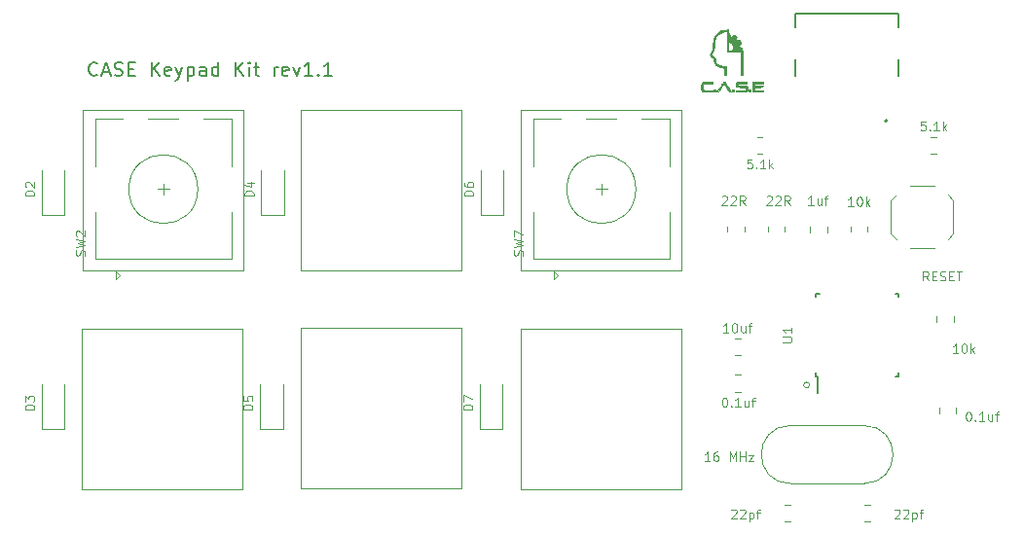
<source format=gbr>
G04 #@! TF.GenerationSoftware,KiCad,Pcbnew,(5.1.9)-1*
G04 #@! TF.CreationDate,2021-03-12T14:24:20+01:00*
G04 #@! TF.ProjectId,case_keypad,63617365-5f6b-4657-9970-61642e6b6963,rev?*
G04 #@! TF.SameCoordinates,Original*
G04 #@! TF.FileFunction,Legend,Top*
G04 #@! TF.FilePolarity,Positive*
%FSLAX46Y46*%
G04 Gerber Fmt 4.6, Leading zero omitted, Abs format (unit mm)*
G04 Created by KiCad (PCBNEW (5.1.9)-1) date 2021-03-12 14:24:20*
%MOMM*%
%LPD*%
G01*
G04 APERTURE LIST*
%ADD10C,0.120000*%
%ADD11C,0.150000*%
%ADD12C,0.127000*%
%ADD13C,0.200000*%
%ADD14C,0.010000*%
%ADD15C,0.100000*%
G04 APERTURE END LIST*
D10*
X147000000Y-93750000D02*
G75*
G03*
X147000000Y-93750000I-250000J0D01*
G01*
D11*
X85071428Y-66728571D02*
X85014285Y-66785714D01*
X84842857Y-66842857D01*
X84728571Y-66842857D01*
X84557142Y-66785714D01*
X84442857Y-66671428D01*
X84385714Y-66557142D01*
X84328571Y-66328571D01*
X84328571Y-66157142D01*
X84385714Y-65928571D01*
X84442857Y-65814285D01*
X84557142Y-65700000D01*
X84728571Y-65642857D01*
X84842857Y-65642857D01*
X85014285Y-65700000D01*
X85071428Y-65757142D01*
X85528571Y-66500000D02*
X86100000Y-66500000D01*
X85414285Y-66842857D02*
X85814285Y-65642857D01*
X86214285Y-66842857D01*
X86557142Y-66785714D02*
X86728571Y-66842857D01*
X87014285Y-66842857D01*
X87128571Y-66785714D01*
X87185714Y-66728571D01*
X87242857Y-66614285D01*
X87242857Y-66500000D01*
X87185714Y-66385714D01*
X87128571Y-66328571D01*
X87014285Y-66271428D01*
X86785714Y-66214285D01*
X86671428Y-66157142D01*
X86614285Y-66100000D01*
X86557142Y-65985714D01*
X86557142Y-65871428D01*
X86614285Y-65757142D01*
X86671428Y-65700000D01*
X86785714Y-65642857D01*
X87071428Y-65642857D01*
X87242857Y-65700000D01*
X87757142Y-66214285D02*
X88157142Y-66214285D01*
X88328571Y-66842857D02*
X87757142Y-66842857D01*
X87757142Y-65642857D01*
X88328571Y-65642857D01*
X89757142Y-66842857D02*
X89757142Y-65642857D01*
X90442857Y-66842857D02*
X89928571Y-66157142D01*
X90442857Y-65642857D02*
X89757142Y-66328571D01*
X91414285Y-66785714D02*
X91300000Y-66842857D01*
X91071428Y-66842857D01*
X90957142Y-66785714D01*
X90900000Y-66671428D01*
X90900000Y-66214285D01*
X90957142Y-66100000D01*
X91071428Y-66042857D01*
X91300000Y-66042857D01*
X91414285Y-66100000D01*
X91471428Y-66214285D01*
X91471428Y-66328571D01*
X90900000Y-66442857D01*
X91871428Y-66042857D02*
X92157142Y-66842857D01*
X92442857Y-66042857D02*
X92157142Y-66842857D01*
X92042857Y-67128571D01*
X91985714Y-67185714D01*
X91871428Y-67242857D01*
X92900000Y-66042857D02*
X92900000Y-67242857D01*
X92900000Y-66100000D02*
X93014285Y-66042857D01*
X93242857Y-66042857D01*
X93357142Y-66100000D01*
X93414285Y-66157142D01*
X93471428Y-66271428D01*
X93471428Y-66614285D01*
X93414285Y-66728571D01*
X93357142Y-66785714D01*
X93242857Y-66842857D01*
X93014285Y-66842857D01*
X92900000Y-66785714D01*
X94500000Y-66842857D02*
X94500000Y-66214285D01*
X94442857Y-66100000D01*
X94328571Y-66042857D01*
X94100000Y-66042857D01*
X93985714Y-66100000D01*
X94500000Y-66785714D02*
X94385714Y-66842857D01*
X94100000Y-66842857D01*
X93985714Y-66785714D01*
X93928571Y-66671428D01*
X93928571Y-66557142D01*
X93985714Y-66442857D01*
X94100000Y-66385714D01*
X94385714Y-66385714D01*
X94500000Y-66328571D01*
X95585714Y-66842857D02*
X95585714Y-65642857D01*
X95585714Y-66785714D02*
X95471428Y-66842857D01*
X95242857Y-66842857D01*
X95128571Y-66785714D01*
X95071428Y-66728571D01*
X95014285Y-66614285D01*
X95014285Y-66271428D01*
X95071428Y-66157142D01*
X95128571Y-66100000D01*
X95242857Y-66042857D01*
X95471428Y-66042857D01*
X95585714Y-66100000D01*
X97071428Y-66842857D02*
X97071428Y-65642857D01*
X97757142Y-66842857D02*
X97242857Y-66157142D01*
X97757142Y-65642857D02*
X97071428Y-66328571D01*
X98271428Y-66842857D02*
X98271428Y-66042857D01*
X98271428Y-65642857D02*
X98214285Y-65700000D01*
X98271428Y-65757142D01*
X98328571Y-65700000D01*
X98271428Y-65642857D01*
X98271428Y-65757142D01*
X98671428Y-66042857D02*
X99128571Y-66042857D01*
X98842857Y-65642857D02*
X98842857Y-66671428D01*
X98900000Y-66785714D01*
X99014285Y-66842857D01*
X99128571Y-66842857D01*
X100442857Y-66842857D02*
X100442857Y-66042857D01*
X100442857Y-66271428D02*
X100500000Y-66157142D01*
X100557142Y-66100000D01*
X100671428Y-66042857D01*
X100785714Y-66042857D01*
X101642857Y-66785714D02*
X101528571Y-66842857D01*
X101300000Y-66842857D01*
X101185714Y-66785714D01*
X101128571Y-66671428D01*
X101128571Y-66214285D01*
X101185714Y-66100000D01*
X101300000Y-66042857D01*
X101528571Y-66042857D01*
X101642857Y-66100000D01*
X101700000Y-66214285D01*
X101700000Y-66328571D01*
X101128571Y-66442857D01*
X102100000Y-66042857D02*
X102385714Y-66842857D01*
X102671428Y-66042857D01*
X103757142Y-66842857D02*
X103071428Y-66842857D01*
X103414285Y-66842857D02*
X103414285Y-65642857D01*
X103300000Y-65814285D01*
X103185714Y-65928571D01*
X103071428Y-65985714D01*
X104271428Y-66728571D02*
X104328571Y-66785714D01*
X104271428Y-66842857D01*
X104214285Y-66785714D01*
X104271428Y-66728571D01*
X104271428Y-66842857D01*
X105471428Y-66842857D02*
X104785714Y-66842857D01*
X105128571Y-66842857D02*
X105128571Y-65642857D01*
X105014285Y-65814285D01*
X104900000Y-65928571D01*
X104785714Y-65985714D01*
D12*
G04 #@! TO.C,J1*
X154720000Y-66810000D02*
X154720000Y-65370000D01*
X145780000Y-66810000D02*
X145780000Y-65370000D01*
X145780000Y-62630000D02*
X145780000Y-61400000D01*
X145780000Y-61400000D02*
X154720000Y-61400000D01*
X154720000Y-61400000D02*
X154720000Y-62630000D01*
D13*
X153750000Y-70750000D02*
G75*
G03*
X153750000Y-70750000I-100000J0D01*
G01*
D14*
G04 #@! TO.C,G\u002A\u002A\u002A*
G36*
X138541599Y-67481200D02*
G01*
X138162673Y-67481200D01*
X138034257Y-67481600D01*
X137935887Y-67482952D01*
X137863750Y-67485480D01*
X137814032Y-67489407D01*
X137782921Y-67494959D01*
X137766604Y-67502359D01*
X137764288Y-67504645D01*
X137755821Y-67531396D01*
X137750609Y-67588121D01*
X137748583Y-67676099D01*
X137749515Y-67787801D01*
X137751451Y-67886659D01*
X137753718Y-67957063D01*
X137757220Y-68004419D01*
X137762861Y-68034134D01*
X137771546Y-68051616D01*
X137784179Y-68062271D01*
X137796533Y-68068905D01*
X137826059Y-68077132D01*
X137879467Y-68083270D01*
X137959320Y-68087458D01*
X138068183Y-68089839D01*
X138190233Y-68090550D01*
X138541599Y-68090800D01*
X138541599Y-68209333D01*
X138156366Y-68208961D01*
X138029474Y-68208568D01*
X137931544Y-68207432D01*
X137857672Y-68205205D01*
X137802957Y-68201537D01*
X137762495Y-68196080D01*
X137731385Y-68188486D01*
X137704722Y-68178405D01*
X137700532Y-68176534D01*
X137661418Y-68156961D01*
X137632261Y-68135376D01*
X137611607Y-68106761D01*
X137598001Y-68066095D01*
X137589988Y-68008359D01*
X137586112Y-67928534D01*
X137584919Y-67821601D01*
X137584866Y-67777533D01*
X137584955Y-67662871D01*
X137587493Y-67571202D01*
X137595889Y-67499890D01*
X137613553Y-67446300D01*
X137643893Y-67407796D01*
X137690318Y-67381743D01*
X137756237Y-67365505D01*
X137845059Y-67356446D01*
X137960192Y-67351931D01*
X138105046Y-67349325D01*
X138139433Y-67348776D01*
X138541599Y-67342211D01*
X138541599Y-67481200D01*
G37*
X138541599Y-67481200D02*
X138162673Y-67481200D01*
X138034257Y-67481600D01*
X137935887Y-67482952D01*
X137863750Y-67485480D01*
X137814032Y-67489407D01*
X137782921Y-67494959D01*
X137766604Y-67502359D01*
X137764288Y-67504645D01*
X137755821Y-67531396D01*
X137750609Y-67588121D01*
X137748583Y-67676099D01*
X137749515Y-67787801D01*
X137751451Y-67886659D01*
X137753718Y-67957063D01*
X137757220Y-68004419D01*
X137762861Y-68034134D01*
X137771546Y-68051616D01*
X137784179Y-68062271D01*
X137796533Y-68068905D01*
X137826059Y-68077132D01*
X137879467Y-68083270D01*
X137959320Y-68087458D01*
X138068183Y-68089839D01*
X138190233Y-68090550D01*
X138541599Y-68090800D01*
X138541599Y-68209333D01*
X138156366Y-68208961D01*
X138029474Y-68208568D01*
X137931544Y-68207432D01*
X137857672Y-68205205D01*
X137802957Y-68201537D01*
X137762495Y-68196080D01*
X137731385Y-68188486D01*
X137704722Y-68178405D01*
X137700532Y-68176534D01*
X137661418Y-68156961D01*
X137632261Y-68135376D01*
X137611607Y-68106761D01*
X137598001Y-68066095D01*
X137589988Y-68008359D01*
X137586112Y-67928534D01*
X137584919Y-67821601D01*
X137584866Y-67777533D01*
X137584955Y-67662871D01*
X137587493Y-67571202D01*
X137595889Y-67499890D01*
X137613553Y-67446300D01*
X137643893Y-67407796D01*
X137690318Y-67381743D01*
X137756237Y-67365505D01*
X137845059Y-67356446D01*
X137960192Y-67351931D01*
X138105046Y-67349325D01*
X138139433Y-67348776D01*
X138541599Y-67342211D01*
X138541599Y-67481200D01*
G36*
X138846400Y-68209333D02*
G01*
X138660133Y-68209333D01*
X138660133Y-68056933D01*
X138846400Y-68056933D01*
X138846400Y-68209333D01*
G37*
X138846400Y-68209333D02*
X138660133Y-68209333D01*
X138660133Y-68056933D01*
X138846400Y-68056933D01*
X138846400Y-68209333D01*
G36*
X139600126Y-67355836D02*
G01*
X139629414Y-67375366D01*
X139645287Y-67396864D01*
X139677023Y-67442804D01*
X139721986Y-67509262D01*
X139777539Y-67592312D01*
X139841045Y-67688030D01*
X139909867Y-67792491D01*
X139919498Y-67807166D01*
X140183319Y-68209333D01*
X140006333Y-68209267D01*
X139789055Y-67870633D01*
X139727653Y-67775652D01*
X139672028Y-67690966D01*
X139624836Y-67620510D01*
X139588733Y-67568216D01*
X139566374Y-67538016D01*
X139560455Y-67532097D01*
X139548461Y-67545728D01*
X139520860Y-67583952D01*
X139480322Y-67642850D01*
X139429518Y-67718507D01*
X139371119Y-67807003D01*
X139329568Y-67870764D01*
X139110004Y-68209333D01*
X138930740Y-68209333D01*
X139218933Y-67777533D01*
X139300801Y-67655191D01*
X139366363Y-67558249D01*
X139417890Y-67483790D01*
X139457653Y-67428898D01*
X139487923Y-67390655D01*
X139510971Y-67366144D01*
X139529068Y-67352449D01*
X139544485Y-67346653D01*
X139555138Y-67345733D01*
X139600126Y-67355836D01*
G37*
X139600126Y-67355836D02*
X139629414Y-67375366D01*
X139645287Y-67396864D01*
X139677023Y-67442804D01*
X139721986Y-67509262D01*
X139777539Y-67592312D01*
X139841045Y-67688030D01*
X139909867Y-67792491D01*
X139919498Y-67807166D01*
X140183319Y-68209333D01*
X140006333Y-68209267D01*
X139789055Y-67870633D01*
X139727653Y-67775652D01*
X139672028Y-67690966D01*
X139624836Y-67620510D01*
X139588733Y-67568216D01*
X139566374Y-67538016D01*
X139560455Y-67532097D01*
X139548461Y-67545728D01*
X139520860Y-67583952D01*
X139480322Y-67642850D01*
X139429518Y-67718507D01*
X139371119Y-67807003D01*
X139329568Y-67870764D01*
X139110004Y-68209333D01*
X138930740Y-68209333D01*
X139218933Y-67777533D01*
X139300801Y-67655191D01*
X139366363Y-67558249D01*
X139417890Y-67483790D01*
X139457653Y-67428898D01*
X139487923Y-67390655D01*
X139510971Y-67366144D01*
X139529068Y-67352449D01*
X139544485Y-67346653D01*
X139555138Y-67345733D01*
X139600126Y-67355836D01*
G36*
X140455066Y-68209333D02*
G01*
X140268800Y-68209333D01*
X140268800Y-68056933D01*
X140455066Y-68056933D01*
X140455066Y-68209333D01*
G37*
X140455066Y-68209333D02*
X140268800Y-68209333D01*
X140268800Y-68056933D01*
X140455066Y-68056933D01*
X140455066Y-68209333D01*
G36*
X141572666Y-67481200D02*
G01*
X141184409Y-67481200D01*
X141056954Y-67481494D01*
X140959170Y-67482558D01*
X140886863Y-67484660D01*
X140835841Y-67488069D01*
X140801913Y-67493054D01*
X140780884Y-67499883D01*
X140769542Y-67507809D01*
X140747033Y-67551749D01*
X140745829Y-67608113D01*
X140760462Y-67651646D01*
X140768977Y-67663509D01*
X140783196Y-67672111D01*
X140808071Y-67677971D01*
X140848556Y-67681610D01*
X140909601Y-67683546D01*
X140996161Y-67684299D01*
X141072895Y-67684400D01*
X141213336Y-67685605D01*
X141324281Y-67689713D01*
X141410033Y-67697464D01*
X141474894Y-67709596D01*
X141523165Y-67726850D01*
X141559148Y-67749965D01*
X141580737Y-67771684D01*
X141604358Y-67804804D01*
X141617361Y-67840771D01*
X141622702Y-67891153D01*
X141623466Y-67938902D01*
X141618550Y-68030938D01*
X141602090Y-68096828D01*
X141571516Y-68143080D01*
X141531269Y-68172503D01*
X141510591Y-68181442D01*
X141482151Y-68188502D01*
X141441754Y-68193970D01*
X141385204Y-68198138D01*
X141308305Y-68201293D01*
X141206862Y-68203727D01*
X141076678Y-68205726D01*
X141043499Y-68206140D01*
X140607466Y-68211414D01*
X140607466Y-68090800D01*
X140992699Y-68090550D01*
X141130533Y-68090208D01*
X141238281Y-68088696D01*
X141319726Y-68084983D01*
X141378648Y-68078040D01*
X141418831Y-68066836D01*
X141444054Y-68050341D01*
X141458100Y-68027526D01*
X141464750Y-67997360D01*
X141467648Y-67961179D01*
X141469325Y-67913525D01*
X141465198Y-67878001D01*
X141451038Y-67852825D01*
X141422617Y-67836217D01*
X141375707Y-67826399D01*
X141306081Y-67821589D01*
X141209510Y-67820007D01*
X141132023Y-67819866D01*
X140992765Y-67818593D01*
X140882953Y-67814268D01*
X140798246Y-67806131D01*
X140734302Y-67793421D01*
X140686779Y-67775379D01*
X140651336Y-67751246D01*
X140633262Y-67732582D01*
X140607480Y-67695062D01*
X140594532Y-67653052D01*
X140590585Y-67593023D01*
X140590533Y-67581767D01*
X140593028Y-67520093D01*
X140603271Y-67478652D01*
X140625404Y-67444006D01*
X140637100Y-67430586D01*
X140664690Y-67405513D01*
X140699304Y-67385752D01*
X140744976Y-67370716D01*
X140805741Y-67359815D01*
X140885634Y-67352463D01*
X140988690Y-67348072D01*
X141118944Y-67346052D01*
X141219377Y-67345733D01*
X141572666Y-67345733D01*
X141572666Y-67481200D01*
G37*
X141572666Y-67481200D02*
X141184409Y-67481200D01*
X141056954Y-67481494D01*
X140959170Y-67482558D01*
X140886863Y-67484660D01*
X140835841Y-67488069D01*
X140801913Y-67493054D01*
X140780884Y-67499883D01*
X140769542Y-67507809D01*
X140747033Y-67551749D01*
X140745829Y-67608113D01*
X140760462Y-67651646D01*
X140768977Y-67663509D01*
X140783196Y-67672111D01*
X140808071Y-67677971D01*
X140848556Y-67681610D01*
X140909601Y-67683546D01*
X140996161Y-67684299D01*
X141072895Y-67684400D01*
X141213336Y-67685605D01*
X141324281Y-67689713D01*
X141410033Y-67697464D01*
X141474894Y-67709596D01*
X141523165Y-67726850D01*
X141559148Y-67749965D01*
X141580737Y-67771684D01*
X141604358Y-67804804D01*
X141617361Y-67840771D01*
X141622702Y-67891153D01*
X141623466Y-67938902D01*
X141618550Y-68030938D01*
X141602090Y-68096828D01*
X141571516Y-68143080D01*
X141531269Y-68172503D01*
X141510591Y-68181442D01*
X141482151Y-68188502D01*
X141441754Y-68193970D01*
X141385204Y-68198138D01*
X141308305Y-68201293D01*
X141206862Y-68203727D01*
X141076678Y-68205726D01*
X141043499Y-68206140D01*
X140607466Y-68211414D01*
X140607466Y-68090800D01*
X140992699Y-68090550D01*
X141130533Y-68090208D01*
X141238281Y-68088696D01*
X141319726Y-68084983D01*
X141378648Y-68078040D01*
X141418831Y-68066836D01*
X141444054Y-68050341D01*
X141458100Y-68027526D01*
X141464750Y-67997360D01*
X141467648Y-67961179D01*
X141469325Y-67913525D01*
X141465198Y-67878001D01*
X141451038Y-67852825D01*
X141422617Y-67836217D01*
X141375707Y-67826399D01*
X141306081Y-67821589D01*
X141209510Y-67820007D01*
X141132023Y-67819866D01*
X140992765Y-67818593D01*
X140882953Y-67814268D01*
X140798246Y-67806131D01*
X140734302Y-67793421D01*
X140686779Y-67775379D01*
X140651336Y-67751246D01*
X140633262Y-67732582D01*
X140607480Y-67695062D01*
X140594532Y-67653052D01*
X140590585Y-67593023D01*
X140590533Y-67581767D01*
X140593028Y-67520093D01*
X140603271Y-67478652D01*
X140625404Y-67444006D01*
X140637100Y-67430586D01*
X140664690Y-67405513D01*
X140699304Y-67385752D01*
X140744976Y-67370716D01*
X140805741Y-67359815D01*
X140885634Y-67352463D01*
X140988690Y-67348072D01*
X141118944Y-67346052D01*
X141219377Y-67345733D01*
X141572666Y-67345733D01*
X141572666Y-67481200D01*
G36*
X141911333Y-68209333D02*
G01*
X141725066Y-68209333D01*
X141725066Y-68056933D01*
X141911333Y-68056933D01*
X141911333Y-68209333D01*
G37*
X141911333Y-68209333D02*
X141725066Y-68209333D01*
X141725066Y-68056933D01*
X141911333Y-68056933D01*
X141911333Y-68209333D01*
G36*
X142516700Y-67349680D02*
G01*
X142952733Y-67354200D01*
X142957988Y-67417700D01*
X142963244Y-67481200D01*
X142231450Y-67481200D01*
X142236491Y-67587033D01*
X142241533Y-67692866D01*
X142585479Y-67697453D01*
X142929426Y-67702041D01*
X142924146Y-67756720D01*
X142918866Y-67811400D01*
X142575966Y-67815983D01*
X142233066Y-67820567D01*
X142233066Y-68090800D01*
X142961200Y-68090800D01*
X142961200Y-68209333D01*
X142080666Y-68209333D01*
X142080666Y-67345161D01*
X142516700Y-67349680D01*
G37*
X142516700Y-67349680D02*
X142952733Y-67354200D01*
X142957988Y-67417700D01*
X142963244Y-67481200D01*
X142231450Y-67481200D01*
X142236491Y-67587033D01*
X142241533Y-67692866D01*
X142585479Y-67697453D01*
X142929426Y-67702041D01*
X142924146Y-67756720D01*
X142918866Y-67811400D01*
X142575966Y-67815983D01*
X142233066Y-67820567D01*
X142233066Y-68090800D01*
X142961200Y-68090800D01*
X142961200Y-68209333D01*
X142080666Y-68209333D01*
X142080666Y-67345161D01*
X142516700Y-67349680D01*
G36*
X139953200Y-62982936D02*
G01*
X139953766Y-63058574D01*
X139956268Y-63106538D01*
X139961910Y-63133013D01*
X139971896Y-63144184D01*
X139984993Y-63146266D01*
X140019563Y-63155704D01*
X140043480Y-63187431D01*
X140060127Y-63246570D01*
X140063318Y-63264799D01*
X140083774Y-63352773D01*
X140112267Y-63408034D01*
X140150285Y-63431101D01*
X140199319Y-63422489D01*
X140260856Y-63382715D01*
X140301096Y-63347247D01*
X140392964Y-63260362D01*
X140482115Y-63314663D01*
X140539710Y-63351340D01*
X140593158Y-63388003D01*
X140619807Y-63407991D01*
X140668347Y-63447019D01*
X140632507Y-63542811D01*
X140604883Y-63629870D01*
X140598044Y-63691768D01*
X140613262Y-63731022D01*
X140651804Y-63750151D01*
X140714942Y-63751671D01*
X140736683Y-63749350D01*
X140813531Y-63739546D01*
X140864655Y-63735927D01*
X140898102Y-63742173D01*
X140921922Y-63761964D01*
X140944164Y-63798980D01*
X140972877Y-63856902D01*
X140973158Y-63857466D01*
X141002465Y-63919431D01*
X141024632Y-63972184D01*
X141035940Y-64006671D01*
X141036658Y-64012065D01*
X141024062Y-64035566D01*
X140990772Y-64070688D01*
X140943982Y-64109842D01*
X140943800Y-64109980D01*
X140891306Y-64152680D01*
X140862401Y-64185654D01*
X140851366Y-64216146D01*
X140850666Y-64227924D01*
X140857383Y-64266626D01*
X140881009Y-64298801D01*
X140926760Y-64328994D01*
X140999852Y-64361750D01*
X141007891Y-64364955D01*
X141105849Y-64403746D01*
X141094603Y-64503139D01*
X141083358Y-64602533D01*
X141189333Y-64602533D01*
X141189333Y-66786933D01*
X141053866Y-66786933D01*
X141053866Y-64721066D01*
X139817733Y-64721066D01*
X139817733Y-64602533D01*
X139953200Y-64602533D01*
X140128926Y-64602533D01*
X140212479Y-64601504D01*
X140268562Y-64597831D01*
X140303527Y-64590636D01*
X140323726Y-64579038D01*
X140327457Y-64575056D01*
X140342036Y-64539855D01*
X140352052Y-64481387D01*
X140357001Y-64410007D01*
X140356383Y-64336072D01*
X140349697Y-64269936D01*
X140343592Y-64241838D01*
X140299032Y-64140797D01*
X140227946Y-64048440D01*
X140137641Y-63971966D01*
X140035427Y-63918577D01*
X140005426Y-63908675D01*
X139953200Y-63893697D01*
X139953200Y-64602533D01*
X139817733Y-64602533D01*
X139817733Y-62960000D01*
X139718842Y-62960000D01*
X139555544Y-62975817D01*
X139391221Y-63021109D01*
X139233606Y-63092635D01*
X139090428Y-63187155D01*
X139011893Y-63256285D01*
X138941041Y-63332577D01*
X138883592Y-63410439D01*
X138837861Y-63494854D01*
X138802161Y-63590805D01*
X138774806Y-63703274D01*
X138754109Y-63837244D01*
X138738385Y-63997698D01*
X138732318Y-64082372D01*
X138721845Y-64222920D01*
X138709628Y-64337531D01*
X138693822Y-64434137D01*
X138672583Y-64520666D01*
X138644067Y-64605049D01*
X138606430Y-64695217D01*
X138573030Y-64767370D01*
X138537736Y-64843759D01*
X138508591Y-64910909D01*
X138488428Y-64961999D01*
X138480076Y-64990207D01*
X138479999Y-64991524D01*
X138496330Y-65029789D01*
X138544913Y-65075658D01*
X138625134Y-65128566D01*
X138635183Y-65134401D01*
X138692287Y-65172138D01*
X138732477Y-65213616D01*
X138760290Y-65266851D01*
X138780264Y-65339863D01*
X138792948Y-65413215D01*
X138811782Y-65524929D01*
X138831725Y-65610128D01*
X138855374Y-65676130D01*
X138885327Y-65730253D01*
X138922261Y-65777647D01*
X139005737Y-65849096D01*
X139118973Y-65907347D01*
X139262406Y-65952547D01*
X139436476Y-65984841D01*
X139593366Y-66001133D01*
X139750000Y-66012859D01*
X139750000Y-66786933D01*
X139615264Y-66786933D01*
X139610665Y-66461565D01*
X139606066Y-66136198D01*
X139453666Y-66117256D01*
X139290928Y-66092582D01*
X139156490Y-66061678D01*
X139045055Y-66022612D01*
X138951331Y-65973448D01*
X138870022Y-65912253D01*
X138854868Y-65898478D01*
X138784000Y-65818224D01*
X138732414Y-65725265D01*
X138696532Y-65612040D01*
X138681054Y-65531244D01*
X138666039Y-65438004D01*
X138652864Y-65371474D01*
X138638081Y-65324912D01*
X138618240Y-65291577D01*
X138589891Y-65264728D01*
X138549587Y-65237623D01*
X138522270Y-65220891D01*
X138454346Y-65175245D01*
X138409386Y-65132909D01*
X138378593Y-65085436D01*
X138376222Y-65080635D01*
X138358000Y-65035941D01*
X138350390Y-64993103D01*
X138354638Y-64945748D01*
X138371988Y-64887502D01*
X138403685Y-64811992D01*
X138446146Y-64722703D01*
X138492118Y-64625476D01*
X138526704Y-64542233D01*
X138552002Y-64464390D01*
X138570111Y-64383362D01*
X138583128Y-64290564D01*
X138593153Y-64177413D01*
X138598367Y-64099959D01*
X138613477Y-63908025D01*
X138633773Y-63745190D01*
X138660909Y-63606873D01*
X138696540Y-63488490D01*
X138742319Y-63385460D01*
X138799901Y-63293201D01*
X138870941Y-63207129D01*
X138948291Y-63130672D01*
X139057467Y-63045529D01*
X139187756Y-62967632D01*
X139326404Y-62903863D01*
X139436733Y-62867116D01*
X139495414Y-62855281D01*
X139576487Y-62844080D01*
X139668485Y-62834898D01*
X139745766Y-62829761D01*
X139953200Y-62819606D01*
X139953200Y-62982936D01*
G37*
X139953200Y-62982936D02*
X139953766Y-63058574D01*
X139956268Y-63106538D01*
X139961910Y-63133013D01*
X139971896Y-63144184D01*
X139984993Y-63146266D01*
X140019563Y-63155704D01*
X140043480Y-63187431D01*
X140060127Y-63246570D01*
X140063318Y-63264799D01*
X140083774Y-63352773D01*
X140112267Y-63408034D01*
X140150285Y-63431101D01*
X140199319Y-63422489D01*
X140260856Y-63382715D01*
X140301096Y-63347247D01*
X140392964Y-63260362D01*
X140482115Y-63314663D01*
X140539710Y-63351340D01*
X140593158Y-63388003D01*
X140619807Y-63407991D01*
X140668347Y-63447019D01*
X140632507Y-63542811D01*
X140604883Y-63629870D01*
X140598044Y-63691768D01*
X140613262Y-63731022D01*
X140651804Y-63750151D01*
X140714942Y-63751671D01*
X140736683Y-63749350D01*
X140813531Y-63739546D01*
X140864655Y-63735927D01*
X140898102Y-63742173D01*
X140921922Y-63761964D01*
X140944164Y-63798980D01*
X140972877Y-63856902D01*
X140973158Y-63857466D01*
X141002465Y-63919431D01*
X141024632Y-63972184D01*
X141035940Y-64006671D01*
X141036658Y-64012065D01*
X141024062Y-64035566D01*
X140990772Y-64070688D01*
X140943982Y-64109842D01*
X140943800Y-64109980D01*
X140891306Y-64152680D01*
X140862401Y-64185654D01*
X140851366Y-64216146D01*
X140850666Y-64227924D01*
X140857383Y-64266626D01*
X140881009Y-64298801D01*
X140926760Y-64328994D01*
X140999852Y-64361750D01*
X141007891Y-64364955D01*
X141105849Y-64403746D01*
X141094603Y-64503139D01*
X141083358Y-64602533D01*
X141189333Y-64602533D01*
X141189333Y-66786933D01*
X141053866Y-66786933D01*
X141053866Y-64721066D01*
X139817733Y-64721066D01*
X139817733Y-64602533D01*
X139953200Y-64602533D01*
X140128926Y-64602533D01*
X140212479Y-64601504D01*
X140268562Y-64597831D01*
X140303527Y-64590636D01*
X140323726Y-64579038D01*
X140327457Y-64575056D01*
X140342036Y-64539855D01*
X140352052Y-64481387D01*
X140357001Y-64410007D01*
X140356383Y-64336072D01*
X140349697Y-64269936D01*
X140343592Y-64241838D01*
X140299032Y-64140797D01*
X140227946Y-64048440D01*
X140137641Y-63971966D01*
X140035427Y-63918577D01*
X140005426Y-63908675D01*
X139953200Y-63893697D01*
X139953200Y-64602533D01*
X139817733Y-64602533D01*
X139817733Y-62960000D01*
X139718842Y-62960000D01*
X139555544Y-62975817D01*
X139391221Y-63021109D01*
X139233606Y-63092635D01*
X139090428Y-63187155D01*
X139011893Y-63256285D01*
X138941041Y-63332577D01*
X138883592Y-63410439D01*
X138837861Y-63494854D01*
X138802161Y-63590805D01*
X138774806Y-63703274D01*
X138754109Y-63837244D01*
X138738385Y-63997698D01*
X138732318Y-64082372D01*
X138721845Y-64222920D01*
X138709628Y-64337531D01*
X138693822Y-64434137D01*
X138672583Y-64520666D01*
X138644067Y-64605049D01*
X138606430Y-64695217D01*
X138573030Y-64767370D01*
X138537736Y-64843759D01*
X138508591Y-64910909D01*
X138488428Y-64961999D01*
X138480076Y-64990207D01*
X138479999Y-64991524D01*
X138496330Y-65029789D01*
X138544913Y-65075658D01*
X138625134Y-65128566D01*
X138635183Y-65134401D01*
X138692287Y-65172138D01*
X138732477Y-65213616D01*
X138760290Y-65266851D01*
X138780264Y-65339863D01*
X138792948Y-65413215D01*
X138811782Y-65524929D01*
X138831725Y-65610128D01*
X138855374Y-65676130D01*
X138885327Y-65730253D01*
X138922261Y-65777647D01*
X139005737Y-65849096D01*
X139118973Y-65907347D01*
X139262406Y-65952547D01*
X139436476Y-65984841D01*
X139593366Y-66001133D01*
X139750000Y-66012859D01*
X139750000Y-66786933D01*
X139615264Y-66786933D01*
X139610665Y-66461565D01*
X139606066Y-66136198D01*
X139453666Y-66117256D01*
X139290928Y-66092582D01*
X139156490Y-66061678D01*
X139045055Y-66022612D01*
X138951331Y-65973448D01*
X138870022Y-65912253D01*
X138854868Y-65898478D01*
X138784000Y-65818224D01*
X138732414Y-65725265D01*
X138696532Y-65612040D01*
X138681054Y-65531244D01*
X138666039Y-65438004D01*
X138652864Y-65371474D01*
X138638081Y-65324912D01*
X138618240Y-65291577D01*
X138589891Y-65264728D01*
X138549587Y-65237623D01*
X138522270Y-65220891D01*
X138454346Y-65175245D01*
X138409386Y-65132909D01*
X138378593Y-65085436D01*
X138376222Y-65080635D01*
X138358000Y-65035941D01*
X138350390Y-64993103D01*
X138354638Y-64945748D01*
X138371988Y-64887502D01*
X138403685Y-64811992D01*
X138446146Y-64722703D01*
X138492118Y-64625476D01*
X138526704Y-64542233D01*
X138552002Y-64464390D01*
X138570111Y-64383362D01*
X138583128Y-64290564D01*
X138593153Y-64177413D01*
X138598367Y-64099959D01*
X138613477Y-63908025D01*
X138633773Y-63745190D01*
X138660909Y-63606873D01*
X138696540Y-63488490D01*
X138742319Y-63385460D01*
X138799901Y-63293201D01*
X138870941Y-63207129D01*
X138948291Y-63130672D01*
X139057467Y-63045529D01*
X139187756Y-62967632D01*
X139326404Y-62903863D01*
X139436733Y-62867116D01*
X139495414Y-62855281D01*
X139576487Y-62844080D01*
X139668485Y-62834898D01*
X139745766Y-62829761D01*
X139953200Y-62819606D01*
X139953200Y-62982936D01*
D10*
G04 #@! TO.C,16 MHz*
X145340000Y-97275000D02*
X151740000Y-97275000D01*
X145340000Y-102325000D02*
X151740000Y-102325000D01*
X151740000Y-102325000D02*
G75*
G03*
X151740000Y-97275000I0J2525000D01*
G01*
X145340000Y-102325000D02*
G75*
G02*
X145340000Y-97275000I0J2525000D01*
G01*
G04 #@! TO.C,SW9*
X121875000Y-88895000D02*
X135845000Y-88895000D01*
X135845000Y-88895000D02*
X135845000Y-102865000D01*
X135845000Y-102865000D02*
X121875000Y-102865000D01*
X121875000Y-102865000D02*
X121875000Y-88895000D01*
G04 #@! TO.C,SW8*
X121875000Y-69795000D02*
X135845000Y-69795000D01*
X135845000Y-69795000D02*
X135845000Y-83765000D01*
X135845000Y-83765000D02*
X121875000Y-83765000D01*
X121875000Y-83765000D02*
X121875000Y-69795000D01*
G04 #@! TO.C,SW6*
X102775000Y-88795000D02*
X116745000Y-88795000D01*
X116745000Y-88795000D02*
X116745000Y-102765000D01*
X116745000Y-102765000D02*
X102775000Y-102765000D01*
X102775000Y-102765000D02*
X102775000Y-88795000D01*
G04 #@! TO.C,SW5*
X102775000Y-69795000D02*
X116745000Y-69795000D01*
X116745000Y-69795000D02*
X116745000Y-83765000D01*
X116745000Y-83765000D02*
X102775000Y-83765000D01*
X102775000Y-83765000D02*
X102775000Y-69795000D01*
G04 #@! TO.C,SW4*
X83715000Y-88815000D02*
X97685000Y-88815000D01*
X97685000Y-88815000D02*
X97685000Y-102785000D01*
X97685000Y-102785000D02*
X83715000Y-102785000D01*
X83715000Y-102785000D02*
X83715000Y-88815000D01*
G04 #@! TO.C,SW3*
X83775000Y-69795000D02*
X97745000Y-69795000D01*
X97745000Y-69795000D02*
X97745000Y-83765000D01*
X97745000Y-83765000D02*
X83775000Y-83765000D01*
X83775000Y-83765000D02*
X83775000Y-69795000D01*
D11*
G04 #@! TO.C,U1*
X147525000Y-93025000D02*
X147750000Y-93025000D01*
X147525000Y-85775000D02*
X147850000Y-85775000D01*
X154775000Y-85775000D02*
X154450000Y-85775000D01*
X154775000Y-93025000D02*
X154450000Y-93025000D01*
X147525000Y-93025000D02*
X147525000Y-92700000D01*
X154775000Y-93025000D02*
X154775000Y-92700000D01*
X154775000Y-85775000D02*
X154775000Y-86100000D01*
X147525000Y-85775000D02*
X147525000Y-86100000D01*
X147750000Y-93025000D02*
X147750000Y-94450000D01*
D10*
G04 #@! TO.C,SW7*
X128900000Y-77200000D02*
X128900000Y-76200000D01*
X128400000Y-76700000D02*
X129400000Y-76700000D01*
X132400000Y-70600000D02*
X134800000Y-70600000D01*
X127600000Y-70600000D02*
X130200000Y-70600000D01*
X123000000Y-70600000D02*
X125400000Y-70600000D01*
X124800000Y-83900000D02*
X125100000Y-84200000D01*
X124800000Y-84500000D02*
X124800000Y-83900000D01*
X125100000Y-84200000D02*
X124800000Y-84500000D01*
X123000000Y-82800000D02*
X134800000Y-82800000D01*
X123000000Y-78700000D02*
X123000000Y-82800000D01*
X134800000Y-78700000D02*
X134800000Y-82800000D01*
X134800000Y-70600000D02*
X134800000Y-74700000D01*
X123000000Y-74700000D02*
X123000000Y-70600000D01*
X131900000Y-76700000D02*
G75*
G03*
X131900000Y-76700000I-3000000J0D01*
G01*
G04 #@! TO.C,SW2*
X90800000Y-77200000D02*
X90800000Y-76200000D01*
X90300000Y-76700000D02*
X91300000Y-76700000D01*
X94300000Y-70600000D02*
X96700000Y-70600000D01*
X89500000Y-70600000D02*
X92100000Y-70600000D01*
X84900000Y-70600000D02*
X87300000Y-70600000D01*
X86700000Y-83900000D02*
X87000000Y-84200000D01*
X86700000Y-84500000D02*
X86700000Y-83900000D01*
X87000000Y-84200000D02*
X86700000Y-84500000D01*
X84900000Y-82800000D02*
X96700000Y-82800000D01*
X84900000Y-78700000D02*
X84900000Y-82800000D01*
X96700000Y-78700000D02*
X96700000Y-82800000D01*
X96700000Y-70600000D02*
X96700000Y-74700000D01*
X84900000Y-74700000D02*
X84900000Y-70600000D01*
X93800000Y-76700000D02*
G75*
G03*
X93800000Y-76700000I-3000000J0D01*
G01*
G04 #@! TO.C,RESET*
X155760000Y-76380000D02*
X157840000Y-76380000D01*
X159520000Y-80550000D02*
X159030000Y-81040000D01*
X155760000Y-81820000D02*
X157840000Y-81820000D01*
X159520000Y-77650000D02*
X159030000Y-77160000D01*
X159520000Y-77650000D02*
X159520000Y-80550000D01*
X154080000Y-77650000D02*
X154570000Y-77160000D01*
X154080000Y-77650000D02*
X154080000Y-80550000D01*
X154080000Y-80550000D02*
X154570000Y-81040000D01*
G04 #@! TO.C,10k*
X159535000Y-87772936D02*
X159535000Y-88227064D01*
X158065000Y-87772936D02*
X158065000Y-88227064D01*
G04 #@! TO.C,5.1k*
X142927064Y-73635000D02*
X142472936Y-73635000D01*
X142927064Y-72165000D02*
X142472936Y-72165000D01*
X157572936Y-72165000D02*
X158027064Y-72165000D01*
X157572936Y-73635000D02*
X158027064Y-73635000D01*
G04 #@! TO.C,10k*
X150565000Y-80427064D02*
X150565000Y-79972936D01*
X152035000Y-80427064D02*
X152035000Y-79972936D01*
G04 #@! TO.C,22R*
X139865000Y-80427064D02*
X139865000Y-79972936D01*
X141335000Y-80427064D02*
X141335000Y-79972936D01*
X143365000Y-80427064D02*
X143365000Y-79972936D01*
X144835000Y-80427064D02*
X144835000Y-79972936D01*
G04 #@! TO.C,D7*
X118300000Y-97550000D02*
X120300000Y-97550000D01*
X120300000Y-97550000D02*
X120300000Y-93650000D01*
X118300000Y-97550000D02*
X118300000Y-93650000D01*
G04 #@! TO.C,D6*
X118400000Y-78950000D02*
X120400000Y-78950000D01*
X120400000Y-78950000D02*
X120400000Y-75050000D01*
X118400000Y-78950000D02*
X118400000Y-75050000D01*
G04 #@! TO.C,D5*
X99200000Y-97550000D02*
X101200000Y-97550000D01*
X101200000Y-97550000D02*
X101200000Y-93650000D01*
X99200000Y-97550000D02*
X99200000Y-93650000D01*
G04 #@! TO.C,D4*
X99300000Y-78950000D02*
X101300000Y-78950000D01*
X101300000Y-78950000D02*
X101300000Y-75050000D01*
X99300000Y-78950000D02*
X99300000Y-75050000D01*
G04 #@! TO.C,D3*
X80200000Y-97550000D02*
X82200000Y-97550000D01*
X82200000Y-97550000D02*
X82200000Y-93650000D01*
X80200000Y-97550000D02*
X80200000Y-93650000D01*
G04 #@! TO.C,D2*
X80200000Y-78950000D02*
X82200000Y-78950000D01*
X82200000Y-78950000D02*
X82200000Y-75050000D01*
X80200000Y-78950000D02*
X80200000Y-75050000D01*
G04 #@! TO.C,1uf*
X147065000Y-80461252D02*
X147065000Y-79938748D01*
X148535000Y-80461252D02*
X148535000Y-79938748D01*
G04 #@! TO.C,22pf*
X151738748Y-104165000D02*
X152261252Y-104165000D01*
X151738748Y-105635000D02*
X152261252Y-105635000D01*
X145323752Y-105635000D02*
X144801248Y-105635000D01*
X145323752Y-104165000D02*
X144801248Y-104165000D01*
G04 #@! TO.C,10uf*
X141061252Y-91135000D02*
X140538748Y-91135000D01*
X141061252Y-89665000D02*
X140538748Y-89665000D01*
G04 #@! TO.C,0.1uf*
X159735000Y-95738748D02*
X159735000Y-96261252D01*
X158265000Y-95738748D02*
X158265000Y-96261252D01*
X141061252Y-94335000D02*
X140538748Y-94335000D01*
X141061252Y-92865000D02*
X140538748Y-92865000D01*
G04 #@! TO.C,16 MHz*
D15*
X138342857Y-100361904D02*
X137885714Y-100361904D01*
X138114285Y-100361904D02*
X138114285Y-99561904D01*
X138038095Y-99676190D01*
X137961904Y-99752380D01*
X137885714Y-99790476D01*
X139028571Y-99561904D02*
X138876190Y-99561904D01*
X138800000Y-99600000D01*
X138761904Y-99638095D01*
X138685714Y-99752380D01*
X138647619Y-99904761D01*
X138647619Y-100209523D01*
X138685714Y-100285714D01*
X138723809Y-100323809D01*
X138800000Y-100361904D01*
X138952380Y-100361904D01*
X139028571Y-100323809D01*
X139066666Y-100285714D01*
X139104761Y-100209523D01*
X139104761Y-100019047D01*
X139066666Y-99942857D01*
X139028571Y-99904761D01*
X138952380Y-99866666D01*
X138800000Y-99866666D01*
X138723809Y-99904761D01*
X138685714Y-99942857D01*
X138647619Y-100019047D01*
X140057142Y-100361904D02*
X140057142Y-99561904D01*
X140323809Y-100133333D01*
X140590476Y-99561904D01*
X140590476Y-100361904D01*
X140971428Y-100361904D02*
X140971428Y-99561904D01*
X140971428Y-99942857D02*
X141428571Y-99942857D01*
X141428571Y-100361904D02*
X141428571Y-99561904D01*
X141733333Y-99828571D02*
X142152380Y-99828571D01*
X141733333Y-100361904D01*
X142152380Y-100361904D01*
G04 #@! TO.C,U1*
X144661904Y-90009523D02*
X145309523Y-90009523D01*
X145385714Y-89971428D01*
X145423809Y-89933333D01*
X145461904Y-89857142D01*
X145461904Y-89704761D01*
X145423809Y-89628571D01*
X145385714Y-89590476D01*
X145309523Y-89552380D01*
X144661904Y-89552380D01*
X145461904Y-88752380D02*
X145461904Y-89209523D01*
X145461904Y-88980952D02*
X144661904Y-88980952D01*
X144776190Y-89057142D01*
X144852380Y-89133333D01*
X144890476Y-89209523D01*
G04 #@! TO.C,SW7*
X122023809Y-82466666D02*
X122061904Y-82352380D01*
X122061904Y-82161904D01*
X122023809Y-82085714D01*
X121985714Y-82047619D01*
X121909523Y-82009523D01*
X121833333Y-82009523D01*
X121757142Y-82047619D01*
X121719047Y-82085714D01*
X121680952Y-82161904D01*
X121642857Y-82314285D01*
X121604761Y-82390476D01*
X121566666Y-82428571D01*
X121490476Y-82466666D01*
X121414285Y-82466666D01*
X121338095Y-82428571D01*
X121300000Y-82390476D01*
X121261904Y-82314285D01*
X121261904Y-82123809D01*
X121300000Y-82009523D01*
X121261904Y-81742857D02*
X122061904Y-81552380D01*
X121490476Y-81400000D01*
X122061904Y-81247619D01*
X121261904Y-81057142D01*
X121261904Y-80828571D02*
X121261904Y-80295238D01*
X122061904Y-80638095D01*
G04 #@! TO.C,SW2*
X83923809Y-82466666D02*
X83961904Y-82352380D01*
X83961904Y-82161904D01*
X83923809Y-82085714D01*
X83885714Y-82047619D01*
X83809523Y-82009523D01*
X83733333Y-82009523D01*
X83657142Y-82047619D01*
X83619047Y-82085714D01*
X83580952Y-82161904D01*
X83542857Y-82314285D01*
X83504761Y-82390476D01*
X83466666Y-82428571D01*
X83390476Y-82466666D01*
X83314285Y-82466666D01*
X83238095Y-82428571D01*
X83200000Y-82390476D01*
X83161904Y-82314285D01*
X83161904Y-82123809D01*
X83200000Y-82009523D01*
X83161904Y-81742857D02*
X83961904Y-81552380D01*
X83390476Y-81400000D01*
X83961904Y-81247619D01*
X83161904Y-81057142D01*
X83238095Y-80790476D02*
X83200000Y-80752380D01*
X83161904Y-80676190D01*
X83161904Y-80485714D01*
X83200000Y-80409523D01*
X83238095Y-80371428D01*
X83314285Y-80333333D01*
X83390476Y-80333333D01*
X83504761Y-80371428D01*
X83961904Y-80828571D01*
X83961904Y-80333333D01*
G04 #@! TO.C,RESET*
X157338095Y-84661904D02*
X157071428Y-84280952D01*
X156880952Y-84661904D02*
X156880952Y-83861904D01*
X157185714Y-83861904D01*
X157261904Y-83900000D01*
X157300000Y-83938095D01*
X157338095Y-84014285D01*
X157338095Y-84128571D01*
X157300000Y-84204761D01*
X157261904Y-84242857D01*
X157185714Y-84280952D01*
X156880952Y-84280952D01*
X157680952Y-84242857D02*
X157947619Y-84242857D01*
X158061904Y-84661904D02*
X157680952Y-84661904D01*
X157680952Y-83861904D01*
X158061904Y-83861904D01*
X158366666Y-84623809D02*
X158480952Y-84661904D01*
X158671428Y-84661904D01*
X158747619Y-84623809D01*
X158785714Y-84585714D01*
X158823809Y-84509523D01*
X158823809Y-84433333D01*
X158785714Y-84357142D01*
X158747619Y-84319047D01*
X158671428Y-84280952D01*
X158519047Y-84242857D01*
X158442857Y-84204761D01*
X158404761Y-84166666D01*
X158366666Y-84090476D01*
X158366666Y-84014285D01*
X158404761Y-83938095D01*
X158442857Y-83900000D01*
X158519047Y-83861904D01*
X158709523Y-83861904D01*
X158823809Y-83900000D01*
X159166666Y-84242857D02*
X159433333Y-84242857D01*
X159547619Y-84661904D02*
X159166666Y-84661904D01*
X159166666Y-83861904D01*
X159547619Y-83861904D01*
X159776190Y-83861904D02*
X160233333Y-83861904D01*
X160004761Y-84661904D02*
X160004761Y-83861904D01*
G04 #@! TO.C,10k*
X159923809Y-90961904D02*
X159466666Y-90961904D01*
X159695238Y-90961904D02*
X159695238Y-90161904D01*
X159619047Y-90276190D01*
X159542857Y-90352380D01*
X159466666Y-90390476D01*
X160419047Y-90161904D02*
X160495238Y-90161904D01*
X160571428Y-90200000D01*
X160609523Y-90238095D01*
X160647619Y-90314285D01*
X160685714Y-90466666D01*
X160685714Y-90657142D01*
X160647619Y-90809523D01*
X160609523Y-90885714D01*
X160571428Y-90923809D01*
X160495238Y-90961904D01*
X160419047Y-90961904D01*
X160342857Y-90923809D01*
X160304761Y-90885714D01*
X160266666Y-90809523D01*
X160228571Y-90657142D01*
X160228571Y-90466666D01*
X160266666Y-90314285D01*
X160304761Y-90238095D01*
X160342857Y-90200000D01*
X160419047Y-90161904D01*
X161028571Y-90961904D02*
X161028571Y-90161904D01*
X161104761Y-90657142D02*
X161333333Y-90961904D01*
X161333333Y-90428571D02*
X161028571Y-90733333D01*
G04 #@! TO.C,5.1k*
X141995238Y-74111904D02*
X141614285Y-74111904D01*
X141576190Y-74492857D01*
X141614285Y-74454761D01*
X141690476Y-74416666D01*
X141880952Y-74416666D01*
X141957142Y-74454761D01*
X141995238Y-74492857D01*
X142033333Y-74569047D01*
X142033333Y-74759523D01*
X141995238Y-74835714D01*
X141957142Y-74873809D01*
X141880952Y-74911904D01*
X141690476Y-74911904D01*
X141614285Y-74873809D01*
X141576190Y-74835714D01*
X142376190Y-74835714D02*
X142414285Y-74873809D01*
X142376190Y-74911904D01*
X142338095Y-74873809D01*
X142376190Y-74835714D01*
X142376190Y-74911904D01*
X143176190Y-74911904D02*
X142719047Y-74911904D01*
X142947619Y-74911904D02*
X142947619Y-74111904D01*
X142871428Y-74226190D01*
X142795238Y-74302380D01*
X142719047Y-74340476D01*
X143519047Y-74911904D02*
X143519047Y-74111904D01*
X143595238Y-74607142D02*
X143823809Y-74911904D01*
X143823809Y-74378571D02*
X143519047Y-74683333D01*
X157095238Y-70811904D02*
X156714285Y-70811904D01*
X156676190Y-71192857D01*
X156714285Y-71154761D01*
X156790476Y-71116666D01*
X156980952Y-71116666D01*
X157057142Y-71154761D01*
X157095238Y-71192857D01*
X157133333Y-71269047D01*
X157133333Y-71459523D01*
X157095238Y-71535714D01*
X157057142Y-71573809D01*
X156980952Y-71611904D01*
X156790476Y-71611904D01*
X156714285Y-71573809D01*
X156676190Y-71535714D01*
X157476190Y-71535714D02*
X157514285Y-71573809D01*
X157476190Y-71611904D01*
X157438095Y-71573809D01*
X157476190Y-71535714D01*
X157476190Y-71611904D01*
X158276190Y-71611904D02*
X157819047Y-71611904D01*
X158047619Y-71611904D02*
X158047619Y-70811904D01*
X157971428Y-70926190D01*
X157895238Y-71002380D01*
X157819047Y-71040476D01*
X158619047Y-71611904D02*
X158619047Y-70811904D01*
X158695238Y-71307142D02*
X158923809Y-71611904D01*
X158923809Y-71078571D02*
X158619047Y-71383333D01*
G04 #@! TO.C,10k*
X150823809Y-78161904D02*
X150366666Y-78161904D01*
X150595238Y-78161904D02*
X150595238Y-77361904D01*
X150519047Y-77476190D01*
X150442857Y-77552380D01*
X150366666Y-77590476D01*
X151319047Y-77361904D02*
X151395238Y-77361904D01*
X151471428Y-77400000D01*
X151509523Y-77438095D01*
X151547619Y-77514285D01*
X151585714Y-77666666D01*
X151585714Y-77857142D01*
X151547619Y-78009523D01*
X151509523Y-78085714D01*
X151471428Y-78123809D01*
X151395238Y-78161904D01*
X151319047Y-78161904D01*
X151242857Y-78123809D01*
X151204761Y-78085714D01*
X151166666Y-78009523D01*
X151128571Y-77857142D01*
X151128571Y-77666666D01*
X151166666Y-77514285D01*
X151204761Y-77438095D01*
X151242857Y-77400000D01*
X151319047Y-77361904D01*
X151928571Y-78161904D02*
X151928571Y-77361904D01*
X152004761Y-77857142D02*
X152233333Y-78161904D01*
X152233333Y-77628571D02*
X151928571Y-77933333D01*
G04 #@! TO.C,22R*
X139390476Y-77338095D02*
X139428571Y-77300000D01*
X139504761Y-77261904D01*
X139695238Y-77261904D01*
X139771428Y-77300000D01*
X139809523Y-77338095D01*
X139847619Y-77414285D01*
X139847619Y-77490476D01*
X139809523Y-77604761D01*
X139352380Y-78061904D01*
X139847619Y-78061904D01*
X140152380Y-77338095D02*
X140190476Y-77300000D01*
X140266666Y-77261904D01*
X140457142Y-77261904D01*
X140533333Y-77300000D01*
X140571428Y-77338095D01*
X140609523Y-77414285D01*
X140609523Y-77490476D01*
X140571428Y-77604761D01*
X140114285Y-78061904D01*
X140609523Y-78061904D01*
X141409523Y-78061904D02*
X141142857Y-77680952D01*
X140952380Y-78061904D02*
X140952380Y-77261904D01*
X141257142Y-77261904D01*
X141333333Y-77300000D01*
X141371428Y-77338095D01*
X141409523Y-77414285D01*
X141409523Y-77528571D01*
X141371428Y-77604761D01*
X141333333Y-77642857D01*
X141257142Y-77680952D01*
X140952380Y-77680952D01*
X143290476Y-77338095D02*
X143328571Y-77300000D01*
X143404761Y-77261904D01*
X143595238Y-77261904D01*
X143671428Y-77300000D01*
X143709523Y-77338095D01*
X143747619Y-77414285D01*
X143747619Y-77490476D01*
X143709523Y-77604761D01*
X143252380Y-78061904D01*
X143747619Y-78061904D01*
X144052380Y-77338095D02*
X144090476Y-77300000D01*
X144166666Y-77261904D01*
X144357142Y-77261904D01*
X144433333Y-77300000D01*
X144471428Y-77338095D01*
X144509523Y-77414285D01*
X144509523Y-77490476D01*
X144471428Y-77604761D01*
X144014285Y-78061904D01*
X144509523Y-78061904D01*
X145309523Y-78061904D02*
X145042857Y-77680952D01*
X144852380Y-78061904D02*
X144852380Y-77261904D01*
X145157142Y-77261904D01*
X145233333Y-77300000D01*
X145271428Y-77338095D01*
X145309523Y-77414285D01*
X145309523Y-77528571D01*
X145271428Y-77604761D01*
X145233333Y-77642857D01*
X145157142Y-77680952D01*
X144852380Y-77680952D01*
G04 #@! TO.C,D7*
X117661904Y-95890476D02*
X116861904Y-95890476D01*
X116861904Y-95700000D01*
X116900000Y-95585714D01*
X116976190Y-95509523D01*
X117052380Y-95471428D01*
X117204761Y-95433333D01*
X117319047Y-95433333D01*
X117471428Y-95471428D01*
X117547619Y-95509523D01*
X117623809Y-95585714D01*
X117661904Y-95700000D01*
X117661904Y-95890476D01*
X116861904Y-95166666D02*
X116861904Y-94633333D01*
X117661904Y-94976190D01*
G04 #@! TO.C,D6*
X117761904Y-77290476D02*
X116961904Y-77290476D01*
X116961904Y-77100000D01*
X117000000Y-76985714D01*
X117076190Y-76909523D01*
X117152380Y-76871428D01*
X117304761Y-76833333D01*
X117419047Y-76833333D01*
X117571428Y-76871428D01*
X117647619Y-76909523D01*
X117723809Y-76985714D01*
X117761904Y-77100000D01*
X117761904Y-77290476D01*
X116961904Y-76147619D02*
X116961904Y-76300000D01*
X117000000Y-76376190D01*
X117038095Y-76414285D01*
X117152380Y-76490476D01*
X117304761Y-76528571D01*
X117609523Y-76528571D01*
X117685714Y-76490476D01*
X117723809Y-76452380D01*
X117761904Y-76376190D01*
X117761904Y-76223809D01*
X117723809Y-76147619D01*
X117685714Y-76109523D01*
X117609523Y-76071428D01*
X117419047Y-76071428D01*
X117342857Y-76109523D01*
X117304761Y-76147619D01*
X117266666Y-76223809D01*
X117266666Y-76376190D01*
X117304761Y-76452380D01*
X117342857Y-76490476D01*
X117419047Y-76528571D01*
G04 #@! TO.C,D5*
X98561904Y-95890476D02*
X97761904Y-95890476D01*
X97761904Y-95700000D01*
X97800000Y-95585714D01*
X97876190Y-95509523D01*
X97952380Y-95471428D01*
X98104761Y-95433333D01*
X98219047Y-95433333D01*
X98371428Y-95471428D01*
X98447619Y-95509523D01*
X98523809Y-95585714D01*
X98561904Y-95700000D01*
X98561904Y-95890476D01*
X97761904Y-94709523D02*
X97761904Y-95090476D01*
X98142857Y-95128571D01*
X98104761Y-95090476D01*
X98066666Y-95014285D01*
X98066666Y-94823809D01*
X98104761Y-94747619D01*
X98142857Y-94709523D01*
X98219047Y-94671428D01*
X98409523Y-94671428D01*
X98485714Y-94709523D01*
X98523809Y-94747619D01*
X98561904Y-94823809D01*
X98561904Y-95014285D01*
X98523809Y-95090476D01*
X98485714Y-95128571D01*
G04 #@! TO.C,D4*
X98661904Y-77290476D02*
X97861904Y-77290476D01*
X97861904Y-77100000D01*
X97900000Y-76985714D01*
X97976190Y-76909523D01*
X98052380Y-76871428D01*
X98204761Y-76833333D01*
X98319047Y-76833333D01*
X98471428Y-76871428D01*
X98547619Y-76909523D01*
X98623809Y-76985714D01*
X98661904Y-77100000D01*
X98661904Y-77290476D01*
X98128571Y-76147619D02*
X98661904Y-76147619D01*
X97823809Y-76338095D02*
X98395238Y-76528571D01*
X98395238Y-76033333D01*
G04 #@! TO.C,D3*
X79561904Y-95890476D02*
X78761904Y-95890476D01*
X78761904Y-95700000D01*
X78800000Y-95585714D01*
X78876190Y-95509523D01*
X78952380Y-95471428D01*
X79104761Y-95433333D01*
X79219047Y-95433333D01*
X79371428Y-95471428D01*
X79447619Y-95509523D01*
X79523809Y-95585714D01*
X79561904Y-95700000D01*
X79561904Y-95890476D01*
X78761904Y-95166666D02*
X78761904Y-94671428D01*
X79066666Y-94938095D01*
X79066666Y-94823809D01*
X79104761Y-94747619D01*
X79142857Y-94709523D01*
X79219047Y-94671428D01*
X79409523Y-94671428D01*
X79485714Y-94709523D01*
X79523809Y-94747619D01*
X79561904Y-94823809D01*
X79561904Y-95052380D01*
X79523809Y-95128571D01*
X79485714Y-95166666D01*
G04 #@! TO.C,D2*
X79561904Y-77290476D02*
X78761904Y-77290476D01*
X78761904Y-77100000D01*
X78800000Y-76985714D01*
X78876190Y-76909523D01*
X78952380Y-76871428D01*
X79104761Y-76833333D01*
X79219047Y-76833333D01*
X79371428Y-76871428D01*
X79447619Y-76909523D01*
X79523809Y-76985714D01*
X79561904Y-77100000D01*
X79561904Y-77290476D01*
X78838095Y-76528571D02*
X78800000Y-76490476D01*
X78761904Y-76414285D01*
X78761904Y-76223809D01*
X78800000Y-76147619D01*
X78838095Y-76109523D01*
X78914285Y-76071428D01*
X78990476Y-76071428D01*
X79104761Y-76109523D01*
X79561904Y-76566666D01*
X79561904Y-76071428D01*
G04 #@! TO.C,1uf*
X147338095Y-78061904D02*
X146880952Y-78061904D01*
X147109523Y-78061904D02*
X147109523Y-77261904D01*
X147033333Y-77376190D01*
X146957142Y-77452380D01*
X146880952Y-77490476D01*
X148023809Y-77528571D02*
X148023809Y-78061904D01*
X147680952Y-77528571D02*
X147680952Y-77947619D01*
X147719047Y-78023809D01*
X147795238Y-78061904D01*
X147909523Y-78061904D01*
X147985714Y-78023809D01*
X148023809Y-77985714D01*
X148290476Y-77528571D02*
X148595238Y-77528571D01*
X148404761Y-78061904D02*
X148404761Y-77376190D01*
X148442857Y-77300000D01*
X148519047Y-77261904D01*
X148595238Y-77261904D01*
G04 #@! TO.C,22pf*
X154400000Y-104638095D02*
X154438095Y-104600000D01*
X154514285Y-104561904D01*
X154704761Y-104561904D01*
X154780952Y-104600000D01*
X154819047Y-104638095D01*
X154857142Y-104714285D01*
X154857142Y-104790476D01*
X154819047Y-104904761D01*
X154361904Y-105361904D01*
X154857142Y-105361904D01*
X155161904Y-104638095D02*
X155200000Y-104600000D01*
X155276190Y-104561904D01*
X155466666Y-104561904D01*
X155542857Y-104600000D01*
X155580952Y-104638095D01*
X155619047Y-104714285D01*
X155619047Y-104790476D01*
X155580952Y-104904761D01*
X155123809Y-105361904D01*
X155619047Y-105361904D01*
X155961904Y-104828571D02*
X155961904Y-105628571D01*
X155961904Y-104866666D02*
X156038095Y-104828571D01*
X156190476Y-104828571D01*
X156266666Y-104866666D01*
X156304761Y-104904761D01*
X156342857Y-104980952D01*
X156342857Y-105209523D01*
X156304761Y-105285714D01*
X156266666Y-105323809D01*
X156190476Y-105361904D01*
X156038095Y-105361904D01*
X155961904Y-105323809D01*
X156571428Y-104828571D02*
X156876190Y-104828571D01*
X156685714Y-105361904D02*
X156685714Y-104676190D01*
X156723809Y-104600000D01*
X156800000Y-104561904D01*
X156876190Y-104561904D01*
X140200000Y-104638095D02*
X140238095Y-104600000D01*
X140314285Y-104561904D01*
X140504761Y-104561904D01*
X140580952Y-104600000D01*
X140619047Y-104638095D01*
X140657142Y-104714285D01*
X140657142Y-104790476D01*
X140619047Y-104904761D01*
X140161904Y-105361904D01*
X140657142Y-105361904D01*
X140961904Y-104638095D02*
X141000000Y-104600000D01*
X141076190Y-104561904D01*
X141266666Y-104561904D01*
X141342857Y-104600000D01*
X141380952Y-104638095D01*
X141419047Y-104714285D01*
X141419047Y-104790476D01*
X141380952Y-104904761D01*
X140923809Y-105361904D01*
X141419047Y-105361904D01*
X141761904Y-104828571D02*
X141761904Y-105628571D01*
X141761904Y-104866666D02*
X141838095Y-104828571D01*
X141990476Y-104828571D01*
X142066666Y-104866666D01*
X142104761Y-104904761D01*
X142142857Y-104980952D01*
X142142857Y-105209523D01*
X142104761Y-105285714D01*
X142066666Y-105323809D01*
X141990476Y-105361904D01*
X141838095Y-105361904D01*
X141761904Y-105323809D01*
X142371428Y-104828571D02*
X142676190Y-104828571D01*
X142485714Y-105361904D02*
X142485714Y-104676190D01*
X142523809Y-104600000D01*
X142600000Y-104561904D01*
X142676190Y-104561904D01*
G04 #@! TO.C,10uf*
X139957142Y-89161904D02*
X139500000Y-89161904D01*
X139728571Y-89161904D02*
X139728571Y-88361904D01*
X139652380Y-88476190D01*
X139576190Y-88552380D01*
X139500000Y-88590476D01*
X140452380Y-88361904D02*
X140528571Y-88361904D01*
X140604761Y-88400000D01*
X140642857Y-88438095D01*
X140680952Y-88514285D01*
X140719047Y-88666666D01*
X140719047Y-88857142D01*
X140680952Y-89009523D01*
X140642857Y-89085714D01*
X140604761Y-89123809D01*
X140528571Y-89161904D01*
X140452380Y-89161904D01*
X140376190Y-89123809D01*
X140338095Y-89085714D01*
X140300000Y-89009523D01*
X140261904Y-88857142D01*
X140261904Y-88666666D01*
X140300000Y-88514285D01*
X140338095Y-88438095D01*
X140376190Y-88400000D01*
X140452380Y-88361904D01*
X141404761Y-88628571D02*
X141404761Y-89161904D01*
X141061904Y-88628571D02*
X141061904Y-89047619D01*
X141100000Y-89123809D01*
X141176190Y-89161904D01*
X141290476Y-89161904D01*
X141366666Y-89123809D01*
X141404761Y-89085714D01*
X141671428Y-88628571D02*
X141976190Y-88628571D01*
X141785714Y-89161904D02*
X141785714Y-88476190D01*
X141823809Y-88400000D01*
X141900000Y-88361904D01*
X141976190Y-88361904D01*
G04 #@! TO.C,0.1uf*
X160800000Y-96061904D02*
X160876190Y-96061904D01*
X160952380Y-96100000D01*
X160990476Y-96138095D01*
X161028571Y-96214285D01*
X161066666Y-96366666D01*
X161066666Y-96557142D01*
X161028571Y-96709523D01*
X160990476Y-96785714D01*
X160952380Y-96823809D01*
X160876190Y-96861904D01*
X160800000Y-96861904D01*
X160723809Y-96823809D01*
X160685714Y-96785714D01*
X160647619Y-96709523D01*
X160609523Y-96557142D01*
X160609523Y-96366666D01*
X160647619Y-96214285D01*
X160685714Y-96138095D01*
X160723809Y-96100000D01*
X160800000Y-96061904D01*
X161409523Y-96785714D02*
X161447619Y-96823809D01*
X161409523Y-96861904D01*
X161371428Y-96823809D01*
X161409523Y-96785714D01*
X161409523Y-96861904D01*
X162209523Y-96861904D02*
X161752380Y-96861904D01*
X161980952Y-96861904D02*
X161980952Y-96061904D01*
X161904761Y-96176190D01*
X161828571Y-96252380D01*
X161752380Y-96290476D01*
X162895238Y-96328571D02*
X162895238Y-96861904D01*
X162552380Y-96328571D02*
X162552380Y-96747619D01*
X162590476Y-96823809D01*
X162666666Y-96861904D01*
X162780952Y-96861904D01*
X162857142Y-96823809D01*
X162895238Y-96785714D01*
X163161904Y-96328571D02*
X163466666Y-96328571D01*
X163276190Y-96861904D02*
X163276190Y-96176190D01*
X163314285Y-96100000D01*
X163390476Y-96061904D01*
X163466666Y-96061904D01*
X139600000Y-94841904D02*
X139676190Y-94841904D01*
X139752380Y-94880000D01*
X139790476Y-94918095D01*
X139828571Y-94994285D01*
X139866666Y-95146666D01*
X139866666Y-95337142D01*
X139828571Y-95489523D01*
X139790476Y-95565714D01*
X139752380Y-95603809D01*
X139676190Y-95641904D01*
X139600000Y-95641904D01*
X139523809Y-95603809D01*
X139485714Y-95565714D01*
X139447619Y-95489523D01*
X139409523Y-95337142D01*
X139409523Y-95146666D01*
X139447619Y-94994285D01*
X139485714Y-94918095D01*
X139523809Y-94880000D01*
X139600000Y-94841904D01*
X140209523Y-95565714D02*
X140247619Y-95603809D01*
X140209523Y-95641904D01*
X140171428Y-95603809D01*
X140209523Y-95565714D01*
X140209523Y-95641904D01*
X141009523Y-95641904D02*
X140552380Y-95641904D01*
X140780952Y-95641904D02*
X140780952Y-94841904D01*
X140704761Y-94956190D01*
X140628571Y-95032380D01*
X140552380Y-95070476D01*
X141695238Y-95108571D02*
X141695238Y-95641904D01*
X141352380Y-95108571D02*
X141352380Y-95527619D01*
X141390476Y-95603809D01*
X141466666Y-95641904D01*
X141580952Y-95641904D01*
X141657142Y-95603809D01*
X141695238Y-95565714D01*
X141961904Y-95108571D02*
X142266666Y-95108571D01*
X142076190Y-95641904D02*
X142076190Y-94956190D01*
X142114285Y-94880000D01*
X142190476Y-94841904D01*
X142266666Y-94841904D01*
G04 #@! TD*
M02*

</source>
